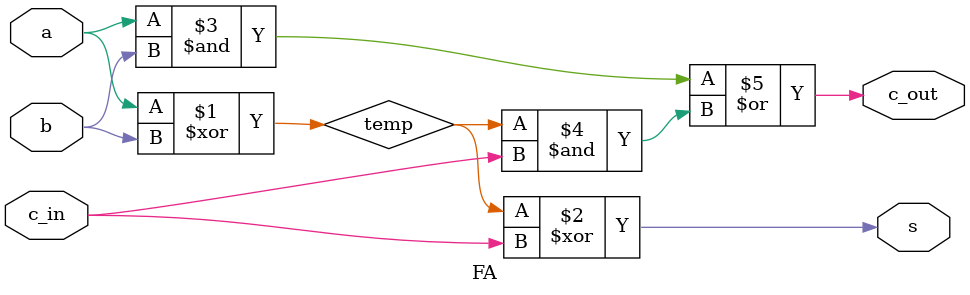
<source format=sv>
`timescale 1ns/10ps

module FA(input logic a, input logic b, input logic c_in, output logic s, output logic c_out);

	logic temp;


	// always_comb begin
    assign temp = a ^ b;
    assign s = temp ^ c_in;
    assign c_out = (a & b) | (temp & c_in);
	// end

endmodule
</source>
